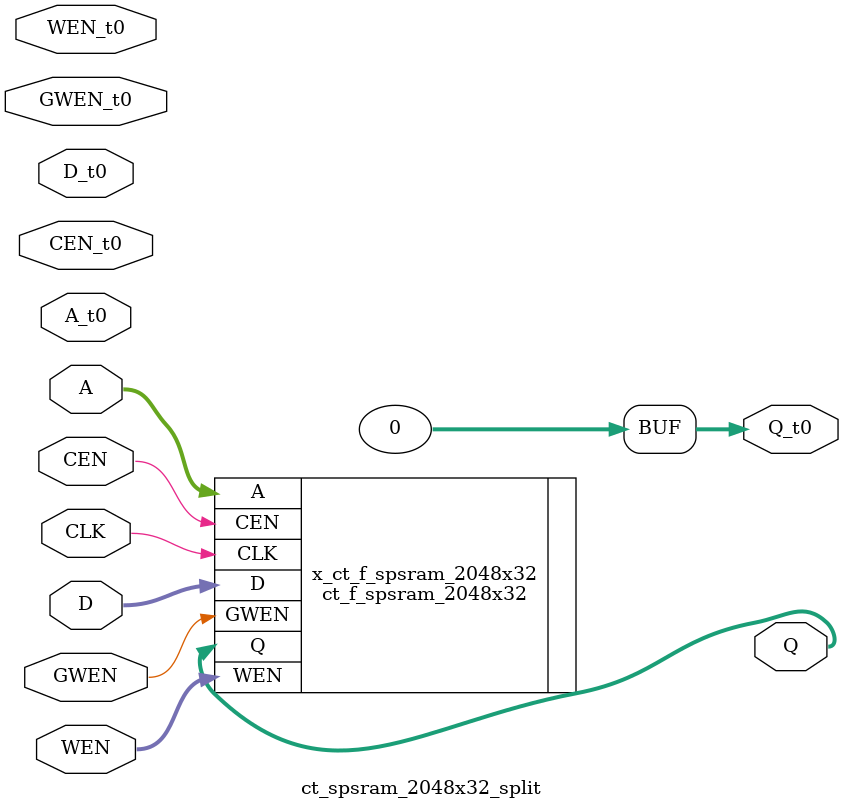
<source format=v>
/*Copyright 2019-2021 T-Head Semiconductor Co., Ltd.

Licensed under the Apache License, Version 2.0 (the "License");
you may not use this file except in compliance with the License.
You may obtain a copy of the License at

    http://www.apache.org/licenses/LICENSE-2.0

Unless required by applicable law or agreed to in writing, software
distributed under the License is distributed on an "AS IS" BASIS,
WITHOUT WARRANTIES OR CONDITIONS OF ANY KIND, either express or implied.
See the License for the specific language governing permissions and
limitations under the License.
*/

// &ModuleBeg; @22
module ct_spsram_2048x32_split(
A,
A_t0,
CEN,
CEN_t0,
CLK,
D,
D_t0,
GWEN,
GWEN_t0,
Q,
Q_t0,
WEN,
WEN_t0
);

input   [10:0]  A_t0;   
input           CEN_t0; 
input   [31:0]  D_t0;   
input           GWEN_t0; 
output  [31:0]  Q_t0;   
input   [31:0]  WEN_t0; 
wire    [10:0]  A_t0;   
wire            CEN_t0; 
wire    [31:0]  D_t0;   
wire            GWEN_t0; 
wire    [31:0]  Q_t0;   
wire    [31:0]  WEN_t0; 
assign Q_t0 = '0;

// &Ports; @23
input   [10:0]  A;   
input           CEN; 
input           CLK; 
input   [31:0]  D;   
input           GWEN; 
input   [31:0]  WEN; 
output  [31:0]  Q;   

// &Regs; @24

// &Wires; @25
wire    [10:0]  A;   
wire            CEN; 
wire            CLK; 
wire    [31:0]  D;   
wire            GWEN; 
wire    [31:0]  Q;   
wire    [31:0]  WEN; 


//**********************************************************
//                  Parameter Definition
//**********************************************************
parameter ADDR_WIDTH = 11;
parameter DATA_WIDTH = 32;
parameter WE_WIDTH   = 32;

// &Force("bus","Q",DATA_WIDTH-1,0); @34
// &Force("bus","WEN",WE_WIDTH-1,0); @35
// &Force("bus","A",ADDR_WIDTH-1,0); @36
// &Force("bus","D",DATA_WIDTH-1,0); @37

  //********************************************************
  //*                        FPGA memory                   *
  //********************************************************
  //{WEN[31:24],WEN[23:16],WEN[15:8],WEN[7:0]}
//   &Instance("ct_f_spsram_2048x32"); @44
ct_f_spsram_2048x32  x_ct_f_spsram_2048x32 (
  .A    (A   ),
  .CEN  (CEN ),
  .CLK  (CLK ),
  .D    (D   ),
  .GWEN (GWEN),
  .Q    (Q   ),
  .WEN  (WEN )
);

//   &Instance("ct_tsmc_spsram_2048x32_split"); @50

// &ModuleEnd; @66
endmodule



</source>
